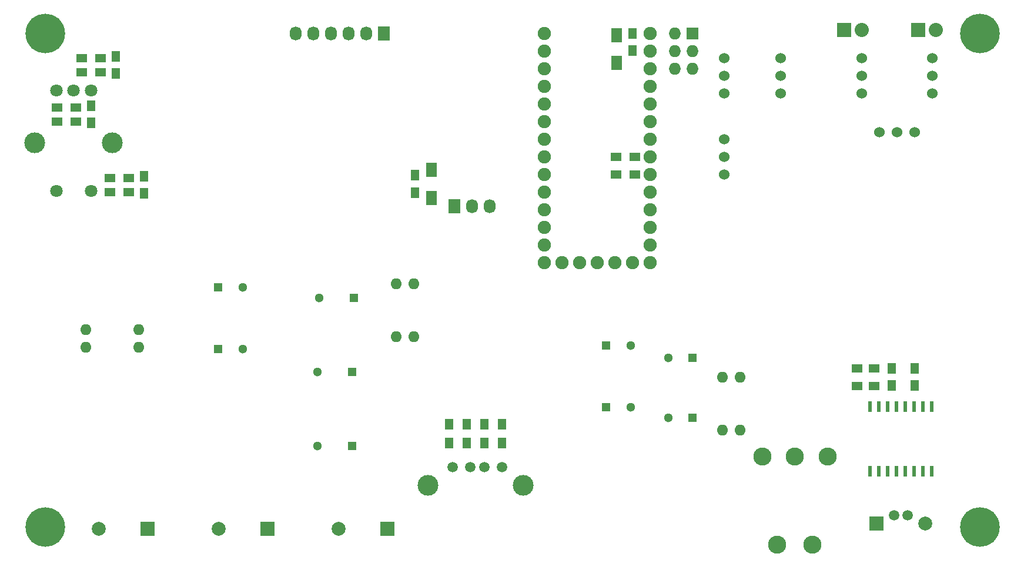
<source format=gbs>
G04 #@! TF.FileFunction,Soldermask,Bot*
%FSLAX46Y46*%
G04 Gerber Fmt 4.6, Leading zero omitted, Abs format (unit mm)*
G04 Created by KiCad (PCBNEW (2015-06-14 BZR 5748)-product) date Saturday, August 01, 2015 'AMt' 10:31:55 AM*
%MOMM*%
G01*
G04 APERTURE LIST*
%ADD10C,0.100000*%
%ADD11R,2.032000X2.032000*%
%ADD12O,2.032000X2.032000*%
%ADD13R,2.000000X2.000000*%
%ADD14C,2.000000*%
%ADD15R,1.300000X1.300000*%
%ADD16C,1.300000*%
%ADD17R,1.250000X1.500000*%
%ADD18R,1.600000X2.000000*%
%ADD19C,1.501140*%
%ADD20C,2.999740*%
%ADD21R,1.727200X1.727200*%
%ADD22O,1.727200X1.727200*%
%ADD23R,1.727200X2.032000*%
%ADD24O,1.727200X2.032000*%
%ADD25R,1.300000X1.500000*%
%ADD26R,1.500000X1.300000*%
%ADD27C,1.800000*%
%ADD28C,3.000000*%
%ADD29C,1.524000*%
%ADD30C,2.612000*%
%ADD31O,1.600000X1.600000*%
%ADD32C,1.900000*%
%ADD33R,1.500000X1.250000*%
%ADD34R,0.600000X1.500000*%
%ADD35C,5.700000*%
%ADD36C,1.500000*%
G04 APERTURE END LIST*
D10*
D11*
X238506000Y-23368000D03*
D12*
X241046000Y-23368000D03*
D13*
X138120000Y-95250000D03*
D14*
X131120000Y-95250000D03*
D15*
X167640000Y-83312000D03*
D16*
X162640000Y-83312000D03*
D15*
X167894000Y-61976000D03*
D16*
X162894000Y-61976000D03*
D15*
X167640000Y-72644000D03*
D16*
X162640000Y-72644000D03*
X151836000Y-69342000D03*
D15*
X148336000Y-69342000D03*
D16*
X151836000Y-60452000D03*
D15*
X148336000Y-60452000D03*
D17*
X248666000Y-74656000D03*
X248666000Y-72156000D03*
X245364000Y-74656000D03*
X245364000Y-72156000D03*
D16*
X213162000Y-79248000D03*
D15*
X216662000Y-79248000D03*
D16*
X213162000Y-70612000D03*
D15*
X216662000Y-70612000D03*
D17*
X176657000Y-44343000D03*
X176657000Y-46843000D03*
D16*
X207716000Y-68834000D03*
D15*
X204216000Y-68834000D03*
D16*
X207716000Y-77724000D03*
D15*
X204216000Y-77724000D03*
D18*
X205740000Y-24162000D03*
X205740000Y-28162000D03*
D17*
X208026000Y-23896000D03*
X208026000Y-26396000D03*
X130048000Y-34310000D03*
X130048000Y-36810000D03*
X133604000Y-29698000D03*
X133604000Y-27198000D03*
X137668000Y-44470000D03*
X137668000Y-46970000D03*
D19*
X189230860Y-86357880D03*
X186690860Y-86357880D03*
X184658860Y-86357880D03*
X182118860Y-86357880D03*
D20*
X192278860Y-89024880D03*
X178562860Y-89024880D03*
D11*
X249174000Y-23368000D03*
D12*
X251714000Y-23368000D03*
D21*
X216662000Y-23876000D03*
D22*
X214122000Y-23876000D03*
X216662000Y-26416000D03*
X214122000Y-26416000D03*
X216662000Y-28956000D03*
X214122000Y-28956000D03*
D23*
X172212000Y-23876000D03*
D24*
X169672000Y-23876000D03*
X167132000Y-23876000D03*
X164592000Y-23876000D03*
X162052000Y-23876000D03*
X159512000Y-23876000D03*
D25*
X184150000Y-80184000D03*
X184150000Y-82884000D03*
X186690000Y-80184000D03*
X186690000Y-82884000D03*
X181610000Y-82884000D03*
X181610000Y-80184000D03*
X189230000Y-82884000D03*
X189230000Y-80184000D03*
D26*
X135462000Y-46736000D03*
X132762000Y-46736000D03*
X131398000Y-27432000D03*
X128698000Y-27432000D03*
X127842000Y-36576000D03*
X125142000Y-36576000D03*
X135462000Y-44704000D03*
X132762000Y-44704000D03*
X131398000Y-29464000D03*
X128698000Y-29464000D03*
X127842000Y-34544000D03*
X125142000Y-34544000D03*
X205660000Y-41656000D03*
X208360000Y-41656000D03*
X205660000Y-44196000D03*
X208360000Y-44196000D03*
D27*
X130008000Y-46624000D03*
X130008000Y-32124000D03*
X127508000Y-32124000D03*
X125008000Y-32124000D03*
X125008000Y-46624000D03*
D28*
X121908000Y-39624000D03*
X133108000Y-39624000D03*
D29*
X229362000Y-29972000D03*
X229362000Y-27432000D03*
X229362000Y-32512000D03*
X251206000Y-29972000D03*
X251206000Y-27432000D03*
X251206000Y-32512000D03*
X241046000Y-29972000D03*
X241046000Y-27432000D03*
X241046000Y-32512000D03*
X221234000Y-29972000D03*
X221234000Y-27432000D03*
X221234000Y-32512000D03*
X246126000Y-38100000D03*
X243586000Y-38100000D03*
X248666000Y-38100000D03*
X221234000Y-41656000D03*
X221234000Y-39116000D03*
X221234000Y-44196000D03*
D30*
X226694000Y-84836000D03*
X231394000Y-84836000D03*
X236094000Y-84836000D03*
X228854000Y-97536000D03*
X233934000Y-97536000D03*
D31*
X129286000Y-66548000D03*
X129286000Y-69088000D03*
X136906000Y-69088000D03*
X136906000Y-66548000D03*
X223520000Y-81026000D03*
X220980000Y-81026000D03*
X220980000Y-73406000D03*
X223520000Y-73406000D03*
D32*
X195326000Y-26416000D03*
X195326000Y-28956000D03*
X195326000Y-31496000D03*
X195326000Y-34036000D03*
X195326000Y-36576000D03*
X195326000Y-39116000D03*
X195326000Y-41656000D03*
X195326000Y-44196000D03*
X195326000Y-46736000D03*
X195326000Y-49276000D03*
X195326000Y-51816000D03*
X195326000Y-54356000D03*
X195326000Y-56896000D03*
X210566000Y-56896000D03*
X210566000Y-54356000D03*
X210566000Y-51816000D03*
X210566000Y-49276000D03*
X210566000Y-46736000D03*
X210566000Y-44196000D03*
X210566000Y-41656000D03*
X210566000Y-39116000D03*
X210566000Y-36576000D03*
X210566000Y-34036000D03*
X210566000Y-31496000D03*
X210566000Y-28956000D03*
X210566000Y-26416000D03*
X210566000Y-23876000D03*
X195326000Y-23876000D03*
X197866000Y-56896000D03*
X200406000Y-56896000D03*
X202946000Y-56896000D03*
X205486000Y-56896000D03*
X208026000Y-56896000D03*
D31*
X173990000Y-67564000D03*
X176530000Y-67564000D03*
X176530000Y-59944000D03*
X173990000Y-59944000D03*
D23*
X182372000Y-48768000D03*
D24*
X184912000Y-48768000D03*
X187452000Y-48768000D03*
D33*
X242804000Y-74676000D03*
X240304000Y-74676000D03*
X242804000Y-72136000D03*
X240304000Y-72136000D03*
D34*
X251079000Y-86946000D03*
X249809000Y-86946000D03*
X248539000Y-86946000D03*
X247269000Y-86946000D03*
X245999000Y-86946000D03*
X244729000Y-86946000D03*
X243459000Y-86946000D03*
X242189000Y-86946000D03*
X242189000Y-77646000D03*
X243459000Y-77646000D03*
X244729000Y-77646000D03*
X245999000Y-77646000D03*
X247269000Y-77646000D03*
X248539000Y-77646000D03*
X249809000Y-77646000D03*
X251079000Y-77646000D03*
D13*
X155392000Y-95250000D03*
D14*
X148392000Y-95250000D03*
D13*
X243134000Y-94488000D03*
D14*
X250134000Y-94488000D03*
D13*
X172664000Y-95250000D03*
D14*
X165664000Y-95250000D03*
D18*
X179070000Y-43593000D03*
X179070000Y-47593000D03*
D35*
X123396240Y-23876000D03*
X123444000Y-94996000D03*
X258064000Y-94996000D03*
X258064000Y-23876000D03*
D36*
X247634000Y-93304000D03*
X245634000Y-93304000D03*
M02*

</source>
